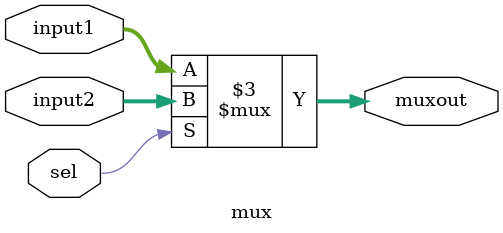
<source format=sv>
module mux(
	input [7:0] input1,
	input [7:0] input2,
	input sel,
	output [7:0] muxout
);

always_comb begin

	if(sel)
		muxout = input2;
	else
		muxout = input1;
		
end
endmodule
</source>
